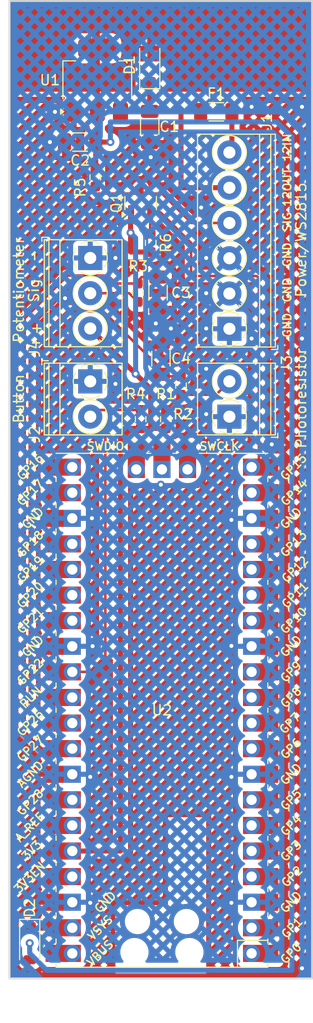
<source format=kicad_pcb>
(kicad_pcb (version 20241229) (generator "pcbnew") (generator_version "9.0")
  (layers (0 "F.Cu" signal) (2 "B.Cu" signal) (13 "F.Paste" user) (15 "B.Paste" user) (5 "F.SilkS" user "F.Silkscreen") (7 "B.SilkS" user "B.Silkscreen") (1 "F.Mask" user) (3 "B.Mask" user) (25 "Edge.Cuts" user))
  (net 0 "")
  (net 1 "+12V")
  (net 2 "GND")
  (net 3 "+5V")
  (net 4 "Brightness Pin")
  (net 5 "Photoresistor Pin")
  (net 6 "Net-(D2-K)")
  (net 7 "+12VA")
  (net 8 "+3.3V")
  (net 38 "WS2815 Output")
  (net 39 "Button Sig")
  (net 40 "Photoresistor Sig")
  (net 41 "Potentiometer Sig")
  (net 42 "WS2815 Pin")
  (footprint "Resistor_SMD:R_0603_1608Metric_Pad0.98x0.95mm_HandSolder" (layer "F.Cu") (at 156.5 50 -90)
    (property "Reference" "R5" (at 1 1.5 90) (layer "F.SilkS"))
    (property "Value" "10k")
    (pad "1" smd roundrect (at -0.9125 0 270) (size 0.975 0.95) (layers "F.Cu" "F.Mask" "F.Paste") (net 3 "+5V"))
    (pad "2" smd roundrect (at 0.9125 0 270) (size 0.975 0.95) (layers "F.Cu" "F.Mask" "F.Paste") (net 38 "WS2815 Output"))
  )
  (footprint "Resistor_SMD:R_1206_3216Metric_Pad1.30x1.75mm_HandSolder" (layer "F.Cu") (at 168.5 43.5)
    (property "Reference" "F1" (at 0 -1.82 0) (layer "F.SilkS"))
    (property "Value" "1.5A SMD Fuse")
    (pad "1" smd roundrect (at -1.55 0) (size 1.3 1.75) (layers "F.Cu" "F.Mask" "F.Paste") (roundrect_rratio 0.1923076923) (net 1 "+12V"))
    (pad "2" smd roundrect (at 1.55 0) (size 1.3 1.75) (layers "F.Cu" "F.Mask" "F.Paste") (roundrect_rratio 0.1923076923) (net 7 "+12VA"))
  )
  (footprint "Resistor_SMD:R_0603_1608Metric_Pad0.98x0.95mm_HandSolder" (layer "F.Cu") (at 163.5 74 90)
    (property "Reference" "R4" (at 2.5 -3 180) (layer "F.SilkS"))
    (property "Value" "20k")
    (pad "1" smd roundrect (at -0.9125 0 90) (size 0.975 0.95) (layers "F.Cu" "F.Mask" "F.Paste") (net 8 "+3.3V"))
    (pad "2" smd roundrect (at 0.9125 0 90) (size 0.975 0.95) (layers "F.Cu" "F.Mask" "F.Paste") (net 40 "Photoresistor Sig"))
  )
  (footprint "Resistor_SMD:R_1206_3216Metric_Pad1.30x1.75mm_HandSolder" (layer "F.Cu") (at 163.013379 67.993253 90)
    (property "Reference" "C4" (at 0 1.986621 180) (layer "F.SilkS"))
    (property "Value" "10 uF")
    (pad "1" smd roundrect (at -1.55 0 90) (size 1.3 1.75) (layers "F.Cu" "F.Mask" "F.Paste") (roundrect_rratio 0.1923076923) (net 5 "Photoresistor Pin"))
    (pad "2" smd roundrect (at 1.55 0 90) (size 1.3 1.75) (layers "F.Cu" "F.Mask" "F.Paste") (roundrect_rratio 0.1923076923) (net 2 "GND"))
  )
  (footprint "Resistor_SMD:R_1206_3216Metric_Pad1.30x1.75mm_HandSolder" (layer "F.Cu") (at 161.9 45 -90)
    (property "Reference" "C1" (at -0.020356 -1.933245 180) (layer "F.SilkS"))
    (property "Value" "10 uF")
    (pad "1" smd roundrect (at -1.55 0 270) (size 1.3 1.75) (layers "F.Cu" "F.Mask" "F.Paste") (roundrect_rratio 0.1923076923) (net 1 "+12V"))
    (pad "2" smd roundrect (at 1.55 0 270) (size 1.3 1.75) (layers "F.Cu" "F.Mask" "F.Paste") (roundrect_rratio 0.1923076923) (net 2 "GND"))
  )
  (footprint "Package_TO_SOT_SMD:SOT-23" (layer "F.Cu") (at 161 52.55 90)
    (property "Reference" "Q1" (at 0 -2.4 90) (layer "F.SilkS"))
    (property "Value" "IRLML2803PbF")
    (pad "1" smd roundrect (at -0.9375 -0.95 90) (size 1.475 0.6) (layers "F.Cu" "F.Mask" "F.Paste") (net 8 "+3.3V"))
    (pad "2" smd roundrect (at -0.9375 0.95 90) (size 1.475 0.6) (layers "F.Cu" "F.Mask" "F.Paste") (net 42 "WS2815 Pin"))
    (pad "3" smd roundrect (at 0.9375 0 90) (size 1.475 0.6) (layers "F.Cu" "F.Mask" "F.Paste") (net 38 "WS2815 Output"))
  )
  (footprint "Resistor_SMD:R_0603_1608Metric_Pad0.98x0.95mm_HandSolder" (layer "F.Cu") (at 161 74 -90)
    (property "Reference" "R1" (at -2.5 -2.5 0) (layer "F.SilkS"))
    (property "Value" "10k")
    (pad "1" smd roundrect (at -0.9125 0 270) (size 0.975 0.95) (layers "F.Cu" "F.Mask" "F.Paste") (net 39 "Button Sig"))
    (pad "2" smd roundrect (at 0.9125 0 270) (size 0.975 0.95) (layers "F.Cu" "F.Mask" "F.Paste") (net 8 "+3.3V"))
  )
  (footprint "TerminalBlock_Phoenix:TerminalBlock_Phoenix_PT-1,5-2-3.5-H_1x02_P3.50mm_Horizontal" (layer "F.Cu") (at 156 70.25 -90)
    (property "Reference" "J2" (at 5.25 5.5 90) (layer "F.SilkS"))
    (property "Value" "Button")
    (pad "1" thru_hole rect (at 0 0 270) (size 2.4 2.4) (drill 1.2) (layers "*.Cu" "*.Mask") (net 2 "GND"))
    (pad "2" thru_hole circle (at 3.5 0 270) (size 2.4 2.4) (drill 1.2) (layers "*.Cu" "*.Mask") (net 39 "Button Sig"))
  )
  (footprint "Resistor_SMD:R_0603_1608Metric_Pad0.98x0.95mm_HandSolder" (layer "F.Cu") (at 162 56.5 90)
    (property "Reference" "R6" (at 0 1.496053 90) (layer "F.SilkS"))
    (property "Value" "10k")
    (pad "1" smd roundrect (at -0.9125 0 90) (size 0.975 0.95) (layers "F.Cu" "F.Mask" "F.Paste") (net 8 "+3.3V"))
    (pad "2" smd roundrect (at 0.9125 0 90) (size 0.975 0.95) (layers "F.Cu" "F.Mask" "F.Paste") (net 42 "WS2815 Pin"))
  )
  (footprint "TerminalBlock_Phoenix:TerminalBlock_Phoenix_PT-1,5-3-3.5-H_1x03_P3.50mm_Horizontal" (layer "F.Cu") (at 156 58 -90)
    (property "Reference" "J4" (at 9 5.5 90) (layer "F.SilkS"))
    (property "Value" "Potentiometer")
    (pad "1" thru_hole rect (at 0 0 270) (size 2.4 2.4) (drill 1.2) (layers "*.Cu" "*.Mask") (net 2 "GND"))
    (pad "2" thru_hole circle (at 3.5 0 270) (size 2.4 2.4) (drill 1.2) (layers "*.Cu" "*.Mask") (net 41 "Potentiometer Sig"))
    (pad "3" thru_hole circle (at 7 0 270) (size 2.4 2.4) (drill 1.2) (layers "*.Cu" "*.Mask") (net 8 "+3.3V"))
  )
  (footprint "Resistor_SMD:R_1206_3216Metric_Pad1.30x1.75mm_HandSolder" (layer "F.Cu") (at 155 46.5 180)
    (property "Reference" "C2" (at 0 -1.82 0) (layer "F.SilkS"))
    (property "Value" "10 uF")
    (pad "1" smd roundrect (at -1.55 0 180) (size 1.3 1.75) (layers "F.Cu" "F.Mask" "F.Paste") (roundrect_rratio 0.1923076923) (net 3 "+5V"))
    (pad "2" smd roundrect (at 1.55 0 180) (size 1.3 1.75) (layers "F.Cu" "F.Mask" "F.Paste") (roundrect_rratio 0.1923076923) (net 2 "GND"))
  )
  (footprint "Resistor_SMD:R_0603_1608Metric_Pad0.98x0.95mm_HandSolder" (layer "F.Cu") (at 160.725 61.45 -90)
    (property "Reference" "R3" (at -2.623554 -0.025714 0) (layer "F.SilkS"))
    (property "Value" "1k")
    (pad "1" smd roundrect (at -0.9125 0 270) (size 0.975 0.95) (layers "F.Cu" "F.Mask" "F.Paste") (net 4 "Brightness Pin"))
    (pad "2" smd roundrect (at 0.9125 0 270) (size 0.975 0.95) (layers "F.Cu" "F.Mask" "F.Paste") (net 41 "Potentiometer Sig"))
  )
  (footprint "TerminalBlock_Phoenix:TerminalBlock_Phoenix_PT-1,5-6-3.5-H_1x06_P3.50mm_Horizontal" (layer "F.Cu") (at 169.799443 65.030275 90)
    (property "Reference" "J1" (at 20.530275 3.700557 90) (layer "F.SilkS"))
    (property "Value" "Power/Comms")
    (pad "1" thru_hole rect (at 0 0 90) (size 2.4 2.4) (drill 1.2) (layers "*.Cu" "*.Mask") (net 2 "GND"))
    (pad "2" thru_hole circle (at 3.5 0 90) (size 2.4 2.4) (drill 1.2) (layers "*.Cu" "*.Mask") (net 2 "GND"))
    (pad "3" thru_hole circle (at 7 0 90) (size 2.4 2.4) (drill 1.2) (layers "*.Cu" "*.Mask") (net 2 "GND"))
    (pad "4" thru_hole circle (at 10.5 0 90) (size 2.4 2.4) (drill 1.2) (layers "*.Cu" "*.Mask") (net 38 "WS2815 Output"))
    (pad "5" thru_hole circle (at 14 0 90) (size 2.4 2.4) (drill 1.2) (layers "*.Cu" "*.Mask") (net 1 "+12V"))
    (pad "6" thru_hole circle (at 17.5 0 90) (size 2.4 2.4) (drill 1.2) (layers "*.Cu" "*.Mask") (net 7 "+12VA"))
  )
  (footprint "Resistor_SMD:R_0603_1608Metric_Pad0.98x0.95mm_HandSolder" (layer "F.Cu") (at 165 70.6625 -90)
    (property "Reference" "R2" (at 2.8375 -0.2 0) (layer "F.SilkS"))
    (property "Value" "1k")
    (pad "1" smd roundrect (at -0.9125 0 270) (size 0.975 0.95) (layers "F.Cu" "F.Mask" "F.Paste") (net 5 "Photoresistor Pin"))
    (pad "2" smd roundrect (at 0.9125 0 270) (size 0.975 0.95) (layers "F.Cu" "F.Mask" "F.Paste") (net 40 "Photoresistor Sig"))
  )
  (footprint "MCU_RaspberryPi_and_Boards:RPi_Pico_SMD_TH" (layer "F.Cu") (at 163.11 102.89 180)
    (property "Reference" "U2" (at 0 0 0) (layer "F.SilkS"))
    (property "Value" "Pico")
    (fp_text user "GP15" (at -13.054 24.13 45) (layer "F.SilkS") (effects (font (size 0.8 0.8))))
    (fp_text user "VSYS" (at 6.11 -21.59 45) (layer "F.SilkS") (effects (font (size 0.8 0.8))))
    (fp_text user "GP14" (at -13.1 21.59 45) (layer "F.SilkS") (effects (font (size 0.8 0.8))))
    (fp_text user "GND" (at -12.8 19.05 45) (layer "F.SilkS") (effects (font (size 0.8 0.8))))
    (fp_text user "GP16" (at 13.054 24.13 45) (layer "F.SilkS") (effects (font (size 0.8 0.8))))
    (fp_text user "GND" (at 12.8 6.35 45) (layer "F.SilkS") (effects (font (size 0.8 0.8))))
    (fp_text user "GP17" (at 13.054 21.59 45) (layer "F.SilkS") (effects (font (size 0.8 0.8))))
    (fp_text user "3V3" (at 12.9 -13.9 45) (layer "F.SilkS") (effects (font (size 0.8 0.8))))
    (fp_text user "GP11" (at -13.2 11.43 45) (layer "F.SilkS") (effects (font (size 0.8 0.8))))
    (fp_text user "GND" (at -12.8 -6.35 45) (layer "F.SilkS") (effects (font (size 0.8 0.8))))
    (fp_text user "GP20" (at 13.054 11.43 45) (layer "F.SilkS") (effects (font (size 0.8 0.8))))
    (fp_text user "GP5" (at -12.8 -8.89 45) (layer "F.SilkS") (effects (font (size 0.8 0.8))))
    (fp_text user "GP10" (at -13.054 8.89 45) (layer "F.SilkS") (effects (font (size 0.8 0.8))))
    (fp_text user "GP19" (at 13.054 13.97 45) (layer "F.SilkS") (effects (font (size 0.8 0.8))))
    (fp_text user "GP9" (at -12.8 3.81 45) (layer "F.SilkS") (effects (font (size 0.8 0.8))))
    (fp_text user "GND" (at 5.61 -19.05 45) (layer "F.SilkS") (effects (font (size 0.8 0.8))))
    (fp_text user "GP18" (at 13.054 16.51 45) (layer "F.SilkS") (effects (font (size 0.8 0.8))))
    (fp_text user "SWDIO" (at 5.6 26.2 0) (layer "F.SilkS") (effects (font (size 0.8 0.8))))
    (fp_text user "GP6" (at -12.8 -3.81 45) (layer "F.SilkS") (effects (font (size 0.8 0.8))))
    (fp_text user "AGND" (at 13.054 -6.35 45) (layer "F.SilkS") (effects (font (size 0.8 0.8))))
    (fp_text user "GP13" (at -13.054 16.51 45) (layer "F.SilkS") (effects (font (size 0.8 0.8))))
    (fp_text user "GP0" (at -12.8 -24.13 45) (layer "F.SilkS") (effects (font (size 0.8 0.8))))
    (fp_text user "A_REF" (at 13.11 -11.61 45) (layer "F.SilkS") (effects (font (size 0.8 0.8))))
    (fp_text user "GP2" (at -12.9 -16.51 45) (layer "F.SilkS") (effects (font (size 0.8 0.8))))
    (fp_text user "GND" (at -12.8 6.35 45) (layer "F.SilkS") (effects (font (size 0.8 0.8))))
    (fp_text user "GP1" (at -12.9 -21.6 45) (layer "F.SilkS") (effects (font (size 0.8 0.8))))
    (fp_text user "GP4" (at -12.8 -11.43 45) (layer "F.SilkS") (effects (font (size 0.8 0.8))))
    (fp_text user "3V3EN" (at 13.11 -16.61 45) (layer "F.SilkS") (effects (font (size 0.8 0.8))))
    (fp_text user "GP8" (at -12.8 1.27 45) (layer "F.SilkS") (effects (font (size 0.8 0.8))))
    (fp_text user "SWCLK" (at -5.7 26.2 0) (layer "F.SilkS") (effects (font (size 0.8 0.8))))
    (fp_text user "GP7" (at -12.7 -1.3 45) (layer "F.SilkS") (effects (font (size 0.8 0.8))))
    (fp_text user "GND" (at -12.8 -19.05 45) (layer "F.SilkS") (effects (font (size 0.8 0.8))))
    (fp_text user "GP21" (at 13.054 8.9 45) (layer "F.SilkS") (effects (font (size 0.8 0.8))))
    (fp_text user "RUN" (at 13 1.27 45) (layer "F.SilkS") (effects (font (size 0.8 0.8))))
    (fp_text user "GP22" (at 13.054 3.81 45) (layer "F.SilkS") (effects (font (size 0.8 0.8))))
    (fp_text user "GP12" (at -13.2 13.97 45) (layer "F.SilkS") (effects (font (size 0.8 0.8))))
    (fp_text user "GP28" (at 13.054 -9.144 45) (layer "F.SilkS") (effects (font (size 0.8 0.8))))
    (fp_text user "VBUS" (at 6.11 -24.11 45) (layer "F.SilkS") (effects (font (size 0.8 0.8))))
    (fp_text user "GP3" (at -12.8 -13.97 45) (layer "F.SilkS") (effects (font (size 0.8 0.8))))
    (fp_text user "GP26" (at 13.054 -1.27 45) (layer "F.SilkS") (effects (font (size 0.8 0.8))))
    (fp_text user "GND" (at 12.8 19.05 45) (layer "F.SilkS") (effects (font (size 0.8 0.8))))
    (fp_text user "GP27" (at 13.054 -3.8 45) (layer "F.SilkS") (effects (font (size 0.8 0.8))))
    (pad "" np_thru_hole oval (at -2.725 -24 180) (size 1.8 1.8) (drill 1.8) (layers "*.Cu" "*.Mask"))
    (pad "" np_thru_hole oval (at -2.425 -20.97 180) (size 1.5 1.5) (drill 1.5) (layers "*.Cu" "*.Mask"))
    (pad "" np_thru_hole oval (at 2.425 -20.97 180) (size 1.5 1.5) (drill 1.5) (layers "*.Cu" "*.Mask"))
    (pad "" np_thru_hole oval (at 2.725 -24 180) (size 1.8 1.8) (drill 1.8) (layers "*.Cu" "*.Mask"))
    (pad "1" thru_hole oval (at -8.89 -24.13 180) (size 1.7 1.7) (drill 1.02) (layers "*.Cu" "*.Mask"))
    (pad "1" smd rect (at -8.89 -24.13 180) (size 3.5 1.7) (drill (offset -0.9 0)) (layers "F.Cu" "F.Mask"))
    (pad "2" thru_hole oval (at -8.89 -21.59 180) (size 1.7 1.7) (drill 1.02) (layers "*.Cu" "*.Mask"))
    (pad "2" smd rect (at -8.89 -21.59 180) (size 3.5 1.7) (drill (offset -0.9 0)) (layers "F.Cu" "F.Mask"))
    (pad "3" thru_hole rect (at -8.89 -19.05 180) (size 1.7 1.7) (drill 1.02) (layers "*.Cu" "*.Mask") (net 2 "GND"))
    (pad "3" smd rect (at -8.89 -19.05 180) (size 3.5 1.7) (drill (offset -0.9 0)) (layers "F.Cu" "F.Mask") (net 2 "GND"))
    (pad "4" thru_hole oval (at -8.89 -16.51 180) (size 1.7 1.7) (drill 1.02) (layers "*.Cu" "*.Mask"))
    (pad "4" smd rect (at -8.89 -16.51 180) (size 3.5 1.7) (drill (offset -0.9 0)) (layers "F.Cu" "F.Mask"))
    (pad "5" thru_hole oval (at -8.89 -13.97 180) (size 1.7 1.7) (drill 1.02) (layers "*.Cu" "*.Mask"))
    (pad "5" smd rect (at -8.89 -13.97 180) (size 3.5 1.7) (drill (offset -0.9 0)) (layers "F.Cu" "F.Mask"))
    (pad "6" thru_hole oval (at -8.89 -11.43 180) (size 1.7 1.7) (drill 1.02) (layers "*.Cu" "*.Mask"))
    (pad "6" smd rect (at -8.89 -11.43 180) (size 3.5 1.7) (drill (offset -0.9 0)) (layers "F.Cu" "F.Mask"))
    (pad "7" thru_hole oval (at -8.89 -8.89 180) (size 1.7 1.7) (drill 1.02) (layers "*.Cu" "*.Mask"))
    (pad "7" smd rect (at -8.89 -8.89 180) (size 3.5 1.7) (drill (offset -0.9 0)) (layers "F.Cu" "F.Mask"))
    (pad "8" thru_hole rect (at -8.89 -6.35 180) (size 1.7 1.7) (drill 1.02) (layers "*.Cu" "*.Mask") (net 2 "GND"))
    (pad "8" smd rect (at -8.89 -6.35 180) (size 3.5 1.7) (drill (offset -0.9 0)) (layers "F.Cu" "F.Mask") (net 2 "GND"))
    (pad "9" thru_hole oval (at -8.89 -3.81 180) (size 1.7 1.7) (drill 1.02) (layers "*.Cu" "*.Mask"))
    (pad "9" smd rect (at -8.89 -3.81 180) (size 3.5 1.7) (drill (offset -0.9 0)) (layers "F.Cu" "F.Mask"))
    (pad "10" thru_hole oval (at -8.89 -1.27 180) (size 1.7 1.7) (drill 1.02) (layers "*.Cu" "*.Mask"))
    (pad "10" smd rect (at -8.89 -1.27 180) (size 3.5 1.7) (drill (offset -0.9 0)) (layers "F.Cu" "F.Mask"))
    (pad "11" thru_hole oval (at -8.89 1.27 180) (size 1.7 1.7) (drill 1.02) (layers "*.Cu" "*.Mask"))
    (pad "11" smd rect (at -8.89 1.27 180) (size 3.5 1.7) (drill (offset -0.9 0)) (layers "F.Cu" "F.Mask"))
    (pad "12" thru_hole oval (at -8.89 3.81 180) (size 1.7 1.7) (drill 1.02) (layers "*.Cu" "*.Mask"))
    (pad "12" smd rect (at -8.89 3.81 180) (size 3.5 1.7) (drill (offset -0.9 0)) (layers "F.Cu" "F.Mask"))
    (pad "13" thru_hole rect (at -8.89 6.35 180) (size 1.7 1.7) (drill 1.02) (layers "*.Cu" "*.Mask") (net 2 "GND"))
    (pad "13" smd rect (at -8.89 6.35 180) (size 3.5 1.7) (drill (offset -0.9 0)) (layers "F.Cu" "F.Mask") (net 2 "GND"))
    (pad "14" thru_hole oval (at -8.89 8.89 180) (size 1.7 1.7) (drill 1.02) (layers "*.Cu" "*.Mask"))
    (pad "14" smd rect (at -8.89 8.89 180) (size 3.5 1.7) (drill (offset -0.9 0)) (layers "F.Cu" "F.Mask"))
    (pad "15" thru_hole oval (at -8.89 11.43 180) (size 1.7 1.7) (drill 1.02) (layers "*.Cu" "*.Mask"))
    (pad "15" smd rect (at -8.89 11.43 180) (size 3.5 1.7) (drill (offset -0.9 0)) (layers "F.Cu" "F.Mask"))
    (pad "16" thru_hole oval (at -8.89 13.97 180) (size 1.7 1.7) (drill 1.02) (layers "*.Cu" "*.Mask"))
    (pad "16" smd rect (at -8.89 13.97 180) (size 3.5 1.7) (drill (offset -0.9 0)) (layers "F.Cu" "F.Mask"))
    (pad "17" thru_hole oval (at -8.89 16.51 180) (size 1.7 1.7) (drill 1.02) (layers "*.Cu" "*.Mask"))
    (pad "17" smd rect (at -8.89 16.51 180) (size 3.5 1.7) (drill (offset -0.9 0)) (layers "F.Cu" "F.Mask"))
    (pad "18" thru_hole rect (at -8.89 19.05 180) (size 1.7 1.7) (drill 1.02) (layers "*.Cu" "*.Mask") (net 2 "GND"))
    (pad "18" smd rect (at -8.89 19.05 180) (size 3.5 1.7) (drill (offset -0.9 0)) (layers "F.Cu" "F.Mask") (net 2 "GND"))
    (pad "19" thru_hole oval (at -8.89 21.59 180) (size 1.7 1.7) (drill 1.02) (layers "*.Cu" "*.Mask"))
    (pad "19" smd rect (at -8.89 21.59 180) (size 3.5 1.7) (drill (offset -0.9 0)) (layers "F.Cu" "F.Mask"))
    (pad "20" thru_hole oval (at -8.89 24.13 180) (size 1.7 1.7) (drill 1.02) (layers "*.Cu" "*.Mask") (net 42 "WS2815 Pin"))
    (pad "20" smd rect (at -8.89 24.13 180) (size 3.5 1.7) (drill (offset -0.9 0)) (layers "F.Cu" "F.Mask") (net 42 "WS2815 Pin"))
    (pad "21" thru_hole oval (at 8.89 24.13 180) (size 1.7 1.7) (drill 1.02) (layers "*.Cu" "*.Mask"))
    (pad "21" smd rect (at 8.89 24.13 180) (size 3.5 1.7) (drill (offset 0.9 0)) (layers "F.Cu" "F.Mask"))
    (pad "22" thru_hole oval (at 8.89 21.59 180) (size 1.7 1.7) (drill 1.02) (layers "*.Cu" "*.Mask"))
    (pad "22" smd rect (at 8.89 21.59 180) (size 3.5 1.7) (drill (offset 0.9 0)) (layers "F.Cu" "F.Mask"))
    (pad "23" thru_hole rect (at 8.89 19.05 180) (size 1.7 1.7) (drill 1.02) (layers "*.Cu" "*.Mask") (net 2 "GND"))
    (pad "23" smd rect (at 8.89 19.05 180) (size 3.5 1.7) (drill (offset 0.9 0)) (layers "F.Cu" "F.Mask") (net 2 "GND"))
    (pad "24" thru_hole oval (at 8.89 16.51 180) (size 1.7 1.7) (drill 1.02) (layers "*.Cu" "*.Mask"))
    (pad "24" smd rect (at 8.89 16.51 180) (size 3.5 1.7) (drill (offset 0.9 0)) (layers "F.Cu" "F.Mask"))
    (pad "25" thru_hole oval (at 8.89 13.97 180) (size 1.7 1.7) (drill 1.02) (layers "*.Cu" "*.Mask"))
    (pad "25" smd rect (at 8.89 13.97 180) (size 3.5 1.7) (drill (offset 0.9 0)) (layers "F.Cu" "F.Mask"))
    (pad "26" thru_hole oval (at 8.89 11.43 180) (size 1.7 1.7) (drill 1.02) (layers "*.Cu" "*.Mask"))
    (pad "26" smd rect (at 8.89 11.43 180) (size 3.5 1.7) (drill (offset 0.9 0)) (layers "F.Cu" "F.Mask"))
    (pad "27" thru_hole oval (at 8.89 8.89 180) (size 1.7 1.7) (drill 1.02) (layers "*.Cu" "*.Mask"))
    (pad "27" smd rect (at 8.89 8.89 180) (size 3.5 1.7) (drill (offset 0.9 0)) (layers "F.Cu" "F.Mask"))
    (pad "28" thru_hole rect (at 8.89 6.35 180) (size 1.7 1.7) (drill 1.02) (layers "*.Cu" "*.Mask") (net 2 "GND"))
    (pad "28" smd rect (at 8.89 6.35 180) (size 3.5 1.7) (drill (offset 0.9 0)) (layers "F.Cu" "F.Mask") (net 2 "GND"))
    (pad "29" thru_hole oval (at 8.89 3.81 180) (size 1.7 1.7) (drill 1.02) (layers "*.Cu" "*.Mask") (net 39 "Button Sig"))
    (pad "29" smd rect (at 8.89 3.81 180) (size 3.5 1.7) (drill (offset 0.9 0)) (layers "F.Cu" "F.Mask") (net 39 "Button Sig"))
    (pad "30" thru_hole oval (at 8.89 1.27 180) (size 1.7 1.7) (drill 1.02) (layers "*.Cu" "*.Mask"))
    (pad "30" smd rect (at 8.89 1.27 180) (size 3.5 1.7) (drill (offset 0.9 0)) (layers "F.Cu" "F.Mask"))
    (pad "31" thru_hole oval (at 8.89 -1.27 180) (size 1.7 1.7) (drill 1.02) (layers "*.Cu" "*.Mask") (net 5 "Photoresistor Pin"))
    (pad "31" smd rect (at 8.89 -1.27 180) (size 3.5 1.7) (drill (offset 0.9 0)) (layers "F.Cu" "F.Mask") (net 5 "Photoresistor Pin"))
    (pad "32" thru_hole oval (at 8.89 -3.81 180) (size 1.7 1.7) (drill 1.02) (layers "*.Cu" "*.Mask") (net 4 "Brightness Pin"))
    (pad "32" smd rect (at 8.89 -3.81 180) (size 3.5 1.7) (drill (offset 0.9 0)) (layers "F.Cu" "F.Mask") (net 4 "Brightness Pin"))
    (pad "33" thru_hole rect (at 8.89 -6.35 180) (size 1.7 1.7) (drill 1.02) (layers "*.Cu" "*.Mask") (net 2 "GND"))
    (pad "33" smd rect (at 8.89 -6.35 180) (size 3.5 1.7) (drill (offset 0.9 0)) (layers "F.Cu" "F.Mask") (net 2 "GND"))
    (pad "34" thru_hole oval (at 8.89 -8.89 180) (size 1.7 1.7) (drill 1.02) (layers "*.Cu" "*.Mask"))
    (pad "34" smd rect (at 8.89 -8.89 180) (size 3.5 1.7) (drill (offset 0.9 0)) (layers "F.Cu" "F.Mask"))
    (pad "35" thru_hole oval (at 8.89 -11.43 180) (size 1.7 1.7) (drill 1.02) (layers "*.Cu" "*.Mask"))
    (pad "35" smd rect (at 8.89 -11.43 180) (size 3.5 1.7) (drill (offset 0.9 0)) (layers "F.Cu" "F.Mask"))
    (pad "36" thru_hole oval (at 8.89 -13.97 180) (size 1.7 1.7) (drill 1.02) (layers "*.Cu" "*.Mask") (net 8 "+3.3V"))
    (pad "36" smd rect (at 8.89 -13.97 180) (size 3.5 1.7) (drill (offset 0.9 0)) (layers "F.Cu" "F.Mask") (net 8 "+3.3V"))
    (pad "37" thru_hole oval (at 8.89 -16.51 180) (size 1.7 1.7) (drill 1.02) (layers "*.Cu" "*.Mask"))
    (pad "37" smd rect (at 8.89 -16.51 180) (size 3.5 1.7) (drill (offset 0.9 0)) (layers "F.Cu" "F.Mask"))
    (pad "38" thru_hole rect (at 8.89 -19.05 180) (size 1.7 1.7) (drill 1.02) (layers "*.Cu" "*.Mask") (net 2 "GND"))
    (pad "38" smd rect (at 8.89 -19.05 180) (size 3.5 1.7) (drill (offset 0.9 0)) (layers "F.Cu" "F.Mask") (net 2 "GND"))
    (pad "39" thru_hole oval (at 8.89 -21.59 180) (size 1.7 1.7) (drill 1.02) (layers "*.Cu" "*.Mask") (net 6 "Net-(D2-K)"))
    (pad "39" smd rect (at 8.89 -21.59 180) (size 3.5 1.7) (drill (offset 0.9 0)) (layers "F.Cu" "F.Mask") (net 6 "Net-(D2-K)"))
    (pad "40" thru_hole oval (at 8.89 -24.13 180) (size 1.7 1.7) (drill 1.02) (layers "*.Cu" "*.Mask"))
    (pad "40" smd rect (at 8.89 -24.13 180) (size 3.5 1.7) (drill (offset 0.9 0)) (layers "F.Cu" "F.Mask"))
    (pad "41" thru_hole oval (at -2.54 23.9 180) (size 1.7 1.7) (drill 1.02) (layers "*.Cu" "*.Mask"))
    (pad "41" smd rect (at -2.54 23.9 270) (size 3.5 1.7) (drill (offset -0.9 0)) (layers "F.Cu" "F.Mask"))
    (pad "42" thru_hole rect (at 0 23.9 180) (size 1.7 1.7) (drill 1.02) (layers "*.Cu" "*.Mask"))
    (pad "42" smd rect (at 0 23.9 270) (size 3.5 1.7) (drill (offset -0.9 0)) (layers "F.Cu" "F.Mask"))
    (pad "43" thru_hole oval (at 2.54 23.9 180) (size 1.7 1.7) (drill 1.02) (layers "*.Cu" "*.Mask"))
    (pad "43" smd rect (at 2.54 23.9 270) (size 3.5 1.7) (drill (offset -0.9 0)) (layers "F.Cu" "F.Mask"))
  )
  (footprint "TerminalBlock_Phoenix:TerminalBlock_Phoenix_PT-1,5-2-3.5-H_1x02_P3.50mm_Horizontal" (layer "F.Cu") (at 169.8 73.75 90)
    (property "Reference" "J3" (at 5.25 5.7 90) (layer "F.SilkS"))
    (property "Value" "Photoresistor")
    (pad "1" thru_hole rect (at 0 0 90) (size 2.4 2.4) (drill 1.2) (layers "*.Cu" "*.Mask") (net 2 "GND"))
    (pad "2" thru_hole circle (at 3.5 0 90) (size 2.4 2.4) (drill 1.2) (layers "*.Cu" "*.Mask") (net 40 "Photoresistor Sig"))
  )
  (footprint "Diode_SMD:D_SOD-123" (layer "F.Cu") (at 150 126 -90)
    (property "Reference" "D2" (at -3.5 0 270) (layer "F.SilkS"))
    (property "Value" "D_Schottky")
    (pad "1" smd roundrect (at -1.65 0 270) (size 0.9 1.2) (layers "F.Cu" "F.Mask" "F.Paste") (net 6 "Net-(D2-K)"))
    (pad "2" smd roundrect (at 1.65 0 270) (size 0.9 1.2) (layers "F.Cu" "F.Mask" "F.Paste") (net 3 "+5V"))
  )
  (footprint "Diode_SMD:D_SOD-123" (layer "F.Cu") (at 161.902913 38.845158 90)
    (property "Reference" "D1" (at 0 -2 90) (layer "F.SilkS"))
    (property "Value" "D_Schottky")
    (pad "1" smd roundrect (at -1.65 0 90) (size 0.9 1.2) (layers "F.Cu" "F.Mask" "F.Paste") (net 1 "+12V"))
    (pad "2" smd roundrect (at 1.65 0 90) (size 0.9 1.2) (layers "F.Cu" "F.Mask" "F.Paste") (net 3 "+5V"))
  )
  (footprint "Package_TO_SOT_SMD:SOT-223-3_TabPin2" (layer "F.Cu") (at 156.7 40.35 90)
    (property "Reference" "U1" (at 0 -4.7 0) (layer "F.SilkS"))
    (property "Value" "AMS1117-5.0")
    (pad "1" smd roundrect (at -3.15 -2.3 90) (size 2 1.5) (layers "F.Cu" "F.Mask" "F.Paste") (net 2 "GND"))
    (pad "2" smd roundrect (at -3.15 0 90) (size 2 1.5) (layers "F.Cu" "F.Mask" "F.Paste") (net 3 "+5V"))
    (pad "2" smd roundrect (at 3.15 0 90) (size 2 3.8) (layers "F.Cu" "F.Mask" "F.Paste") (net 3 "+5V"))
    (pad "3" smd roundrect (at -3.15 2.3 90) (size 2 1.5) (layers "F.Cu" "F.Mask" "F.Paste") (net 1 "+12V"))
  )
  (footprint "Resistor_SMD:R_1206_3216Metric_Pad1.30x1.75mm_HandSolder" (layer "F.Cu") (at 162.725 61.45 -90)
    (property "Reference" "C3" (at 0 -2.275 0) (layer "F.SilkS"))
    (property "Value" "10 uF")
    (pad "1" smd roundrect (at -1.55 0 270) (size 1.3 1.75) (layers "F.Cu" "F.Mask" "F.Paste") (roundrect_rratio 0.1923076923) (net 4 "Brightness Pin"))
    (pad "2" smd roundrect (at 1.55 0 270) (size 1.3 1.75) (layers "F.Cu" "F.Mask" "F.Paste") (roundrect_rratio 0.1923076923) (net 2 "GND"))
  )
  (gr_rect (start 148 32.5) (end 178 129.5) (stroke (width 0.2)) (fill no) (layer "Edge.Cuts"))
  (gr_text "12OUT" (at 176 53 90) (layer "F.SilkS") (effects (font (size 0.8 0.8)) (justify left bottom)))
  (gr_text "GND" (at 176 66 90) (layer "F.SilkS") (effects (font (size 0.8 0.8)) (justify left bottom)))
  (gr_text "SIG" (at 176 55.5 90) (layer "F.SilkS") (effects (font (size 0.8 0.8)) (justify left bottom)))
  (gr_text "Button" (at 149.5 74.5 90) (layer "F.SilkS") (effects (font (size 1 1)) (justify left bottom)))
  (gr_text "-" (at 151 58.5 90) (layer "F.SilkS") (effects (font (size 1 1)) (justify left bottom)))
  (gr_text "12IN" (at 176 48.5 90) (layer "F.SilkS") (effects (font (size 0.8 0.8)) (justify left bottom)))
  (gr_text "Power/WS2815" (at 177.5 62 90) (layer "F.SilkS") (effects (font (size 1 1)) (justify left bottom)))
  (gr_text "Potentiometer" (at 149.5 66.5 90) (layer "F.SilkS") (effects (font (size 1 1)) (justify left bottom)))
  (gr_text "Photoresistor" (at 177.5 77 90) (layer "F.SilkS") (effects (font (size 1 1)) (justify left bottom)))
  (gr_text "+" (at 150 65.5 0) (layer "F.SilkS") (effects (font (size 1 1)) (justify left bottom)))
  (gr_text "GND" (at 176 59 90) (layer "F.SilkS") (effects (font (size 0.8 0.8)) (justify left bottom)))
  (gr_text "Sig" (at 151 62.5 90) (layer "F.SilkS") (effects (font (size 1 1)) (justify left bottom)))
  (gr_text "GND" (at 176 62.5 90) (layer "F.SilkS") (effects (font (size 0.8 0.8)) (justify left bottom)))
  (segment (start 165 43.5) (end 165 50) (width 0.5) (layer "F.Cu") (net 1))
  (segment (start 161.9 43.45) (end 161.95 43.5) (width 0.5) (layer "F.Cu") (net 1))
  (segment (start 165 50) (end 165 51) (width 0.5) (layer "F.Cu") (net 1))
  (segment (start 161.95 43.5) (end 165 43.5) (width 0.5) (layer "F.Cu") (net 1))
  (segment (start 161.9 39.9875) (end 161.9 43.45) (width 0.5) (layer "F.Cu") (net 1))
  (segment (start 165 51) (end 165.030275 51.030275) (width 0.5) (layer "F.Cu") (net 1))
  (segment (start 161.85 43.5) (end 161.9 43.45) (width 0.5) (layer "F.Cu") (net 1))
  (segment (start 165.030275 51.030275) (end 169.799443 51.030275) (width 0.5) (layer "F.Cu") (net 1))
  (segment (start 166.95 43.5) (end 165 43.5) (width 0.5) (layer "F.Cu") (net 1))
  (segment (start 159 43.5) (end 161.85 43.5) (width 0.5) (layer "F.Cu") (net 1))
  (via (at 163 80.5) (size 0.8) (drill 0.4) (layers "F.Cu" "B.Cu") (net 2))
  (via (at 170 84) (size 0.8) (drill 0.4) (layers "F.Cu" "B.Cu") (net 2))
  (via (at 156.166092 83.829218) (size 0.8) (drill 0.4) (layers "F.Cu" "B.Cu") (net 2))
  (via (at 167.5 69) (size 0.8) (drill 0.4) (layers "F.Cu" "B.Cu") (net 2))
  (via (at 172 43) (size 0.8) (drill 0.4) (layers "F.Cu" "B.Cu") (net 2))
  (via (at 167 53) (size 0.8) (drill 0.4) (layers "F.Cu" "B.Cu") (net 2))
  (via (at 170 96.5) (size 0.8) (drill 0.4) (layers "F.Cu" "B.Cu") (net 2))
  (via (at 174 76.5) (size 0.8) (drill 0.4) (layers "F.Cu" "B.Cu") (net 2))
  (via (at 158.5 58) (size 0.8) (drill 0.4) (layers "F.Cu" "B.Cu") (net 2))
  (via (at 177 128.5) (size 0.8) (drill 0.4) (layers "F.Cu" "B.Cu") (net 2))
  (via (at 177 43) (size 0.8) (drill 0.4) (layers "F.Cu" "B.Cu") (net 2))
  (via (at 158.5 70.5) (size 0.8) (drill 0.4) (layers "F.Cu" "B.Cu") (net 2))
  (via (at 156.233563 96.528851) (size 0.8) (drill 0.4) (layers "F.Cu" "B.Cu") (net 2))
  (via (at 150.793999 96.522251) (size 0.8) (drill 0.4) (layers "F.Cu" "B.Cu") (net 2))
  (via (at 167.5 65) (size 0.8) (drill 0.4) (layers "F.Cu" "B.Cu") (net 2))
  (via (at 150.849271 83.841054) (size 0.8) (drill 0.4) (layers "F.Cu" "B.Cu") (net 2))
  (via (at 170 122) (size 0.8) (drill 0.4) (layers "F.Cu" "B.Cu") (net 2))
  (via (at 156 109.5) (size 0.8) (drill 0.4) (layers "F.Cu" "B.Cu") (net 2))
  (via (at 170 109.5) (size 0.8) (drill 0.4) (layers "F.Cu" "B.Cu") (net 2))
  (via (at 152.5 43.5) (size 0.8) (drill 0.4) (layers "F.Cu" "B.Cu") (net 2))
  (via (at 172 66) (size 0.8) (drill 0.4) (layers "F.Cu" "B.Cu") (net 2))
  (via (at 153.5 62) (size 0.8) (drill 0.4) (layers "F.Cu" "B.Cu") (net 2))
  (via (at 167.5 73.5) (size 0.8) (drill 0.4) (layers "F.Cu" "B.Cu") (net 2))
  (via (at 164 65) (size 0.8) (drill 0.4) (layers "F.Cu" "B.Cu") (net 2))
  (via (at 162 48) (size 0.8) (drill 0.4) (layers "F.Cu" "B.Cu") (net 2))
  (via (at 167.5 58) (size 0.8) (drill 0.4) (layers "F.Cu" "B.Cu") (net 2))
  (via (at 177 66) (size 0.8) (drill 0.4) (layers "F.Cu" "B.Cu") (net 2))
  (via (at 167.5 61.5) (size 0.8) (drill 0.4) (layers "F.Cu" "B.Cu") (net 2))
  (via (at 152 46.5) (size 0.8) (drill 0.4) (layers "F.Cu" "B.Cu") (net 2))
  (via (at 162.5 64.5) (size 0.8) (drill 0.4) (layers "F.Cu" "B.Cu") (net 2))
  (via (at 156 122) (size 0.8) (drill 0.4) (layers "F.Cu" "B.Cu") (net 2))
  (segment (start 156.7 46.25) (end 156.95 46.5) (width 0.5) (layer "F.Cu") (net 3))
  (segment (start 156.7 43.5) (end 156.7 46.25) (width 0.5) (layer "F.Cu") (net 3))
  (segment (start 156.7 37.2) (end 161.7125 37.2) (width 0.5) (layer "F.Cu") (net 3))
  (segment (start 158 46.5) (end 156.55 46.5) (width 0.5) (layer "F.Cu") (net 3))
  (segment (start 156.55 46.5) (end 156.55 49.0375) (width 0.5) (layer "F.Cu") (net 3))
  (segment (start 161.7125 37.2) (end 161.9 37.0125) (width 0.5) (layer "F.Cu") (net 3))
  (segment (start 150 126) (end 150 127) (width 0.5) (layer "F.Cu") (net 3))
  (segment (start 156.7 43.5) (end 156.7 37.2) (width 0.5) (layer "F.Cu") (net 3))
  (segment (start 156.55 49.0375) (end 156.5 49.0875) (width 0.5) (layer "F.Cu") (net 3))
  (via (at 150 126) (size 0.8) (drill 0.4) (layers "F.Cu" "B.Cu") (net 3))
  (via (at 158 46.5) (size 0.8) (drill 0.4) (layers "F.Cu" "B.Cu") (net 3))
  (segment (start 158 44.5) (end 158 46.5) (width 0.5) (layer "B.Cu") (net 3))
  (segment (start 151.698229 128.698229) (end 176 128.698229) (width 0.5) (layer "B.Cu") (net 3))
  (segment (start 176 46) (end 174.5 44.5) (width 0.5) (layer "B.Cu") (net 3))
  (segment (start 150 127) (end 151.698229 128.698229) (width 0.5) (layer "B.Cu") (net 3))
  (segment (start 176 128.698229) (end 176 46) (width 0.5) (layer "B.Cu") (net 3))
  (segment (start 174.5 44.5) (end 158 44.5) (width 0.5) (layer "B.Cu") (net 3))
  (segment (start 150 126) (end 150 127) (width 0.5) (layer "B.Cu") (net 3))
  (segment (start 149.5 105) (end 149.5 64) (width 0.25) (layer "F.Cu") (net 4))
  (segment (start 149.5 64) (end 153.751467 59.748533) (width 0.25) (layer "F.Cu") (net 4))
  (segment (start 160.725 60.275) (end 161.1 59.9) (width 0.25) (layer "F.Cu") (net 4))
  (segment (start 154.22 106.7) (end 151.2 106.7) (width 0.25) (layer "F.Cu") (net 4))
  (segment (start 157.772178 59.748533) (end 158.561145 60.5375) (width 0.25) (layer "F.Cu") (net 4))
  (segment (start 161.1 59.9) (end 162.725 59.9) (width 0.25) (layer "F.Cu") (net 4))
  (segment (start 160.725 60.5375) (end 160.725 60.275) (width 0.25) (layer "F.Cu") (net 4))
  (segment (start 151.2 106.7) (end 149.5 105) (width 0.25) (layer "F.Cu") (net 4))
  (segment (start 158.561145 60.5375) (end 160.725 60.5375) (width 0.25) (layer "F.Cu") (net 4))
  (segment (start 153.751467 59.748533) (end 157.772178 59.748533) (width 0.25) (layer "F.Cu") (net 4))
  (segment (start 157.3009 63.3009) (end 153.714046 63.3009) (width 0.25) (layer "F.Cu") (net 5))
  (segment (start 151.16 104.16) (end 154.22 104.16) (width 0.25) (layer "F.Cu") (net 5))
  (segment (start 153.714046 63.3009) (end 150 67.014946) (width 0.25) (layer "F.Cu") (net 5))
  (segment (start 163.013379 69.543253) (end 163.013379 69.013379) (width 0.25) (layer "F.Cu") (net 5))
  (segment (start 163.220126 69.75) (end 163.013379 69.543253) (width 0.25) (layer "F.Cu") (net 5))
  (segment (start 150 67.014946) (end 150 103) (width 0.25) (layer "F.Cu") (net 5))
  (segment (start 165 69.75) (end 163.220126 69.75) (width 0.25) (layer "F.Cu") (net 5))
  (segment (start 163.013379 69.013379) (end 157.3009 63.3009) (width 0.25) (layer "F.Cu") (net 5))
  (segment (start 150 103) (end 151.16 104.16) (width 0.25) (layer "F.Cu") (net 5))
  (segment (start 150 124.5125) (end 154.1875 124.5125) (width 0.5) (layer "F.Cu") (net 6))
  (segment (start 154.1875 124.5125) (end 154.22 124.48) (width 0.25) (layer "F.Cu") (net 6))
  (segment (start 170.05 47.279718) (end 169.799443 47.530275) (width 0.25) (layer "F.Cu") (net 7))
  (segment (start 170.05 43.5) (end 170.05 47.279718) (width 0.5) (layer "F.Cu") (net 7))
  (segment (start 160 55.5) (end 160 57.4125) (width 0.5) (layer "F.Cu") (net 8))
  (segment (start 160 55.5) (end 160 53.5375) (width 0.5) (layer "F.Cu") (net 8))
  (segment (start 160.0875 74.9125) (end 161 74.9125) (width 0.5) (layer "F.Cu") (net 8))
  (segment (start 160 57.4125) (end 161.5875 57.4125) (width 0.5) (layer "F.Cu") (net 8))
  (segment (start 162 71) (end 160.5 69.5) (width 0.5) (layer "F.Cu") (net 8))
  (segment (start 154.22 116.86) (end 159 116.86) (width 0.5) (layer "F.Cu") (net 8))
  (segment (start 160 53.5375) (end 160.05 53.4875) (width 0.5) (layer "F.Cu") (net 8))
  (segment (start 159 116.86) (end 159 76) (width 0.5) (layer "F.Cu") (net 8))
  (segment (start 162.194994 74.9125) (end 161 74.9125) (width 0.5) (layer "F.Cu") (net 8))
  (segment (start 159 76) (end 160.0875 74.9125) (width 0.5) (layer "F.Cu") (net 8))
  (segment (start 160.5 69.5) (end 156 65) (width 0.5) (layer "F.Cu") (net 8))
  (segment (start 162 74.717506) (end 162 71) (width 0.5) (layer "F.Cu") (net 8))
  (segment (start 163.5 74.9125) (end 162.194994 74.9125) (width 0.5) (layer "F.Cu") (net 8))
  (segment (start 162.194994 74.9125) (end 162 74.717506) (width 0.5) (layer "F.Cu") (net 8))
  (via (at 160.5 69.5) (size 0.8) (drill 0.4) (layers "F.Cu" "B.Cu") (net 8))
  (via (at 160 55.5) (size 0.8) (drill 0.4) (layers "F.Cu" "B.Cu") (net 8))
  (segment (start 160.5 69.5) (end 160.5 56) (width 0.5) (layer "B.Cu") (net 8))
  (segment (start 160.5 56) (end 160 55.5) (width 0.5) (layer "B.Cu") (net 8))
  (segment (start 166.030275 54.530275) (end 163.1125 51.6125) (width 0.25) (layer "F.Cu") (net 38))
  (segment (start 169.799443 54.530275) (end 166.030275 54.530275) (width 0.25) (layer "F.Cu") (net 38))
  (segment (start 156.5 51.5) (end 156.6125 51.6125) (width 0.25) (layer "F.Cu") (net 38))
  (segment (start 163.1125 51.6125) (end 161 51.6125) (width 0.25) (layer "F.Cu") (net 38))
  (segment (start 156.6125 51.6125) (end 161 51.6125) (width 0.25) (layer "F.Cu") (net 38))
  (segment (start 156.5 50.9125) (end 156.5 51.5) (width 0.25) (layer "F.Cu") (net 38))
  (segment (start 157.5 75.25) (end 157.5 97.5) (width 0.25) (layer "F.Cu") (net 39))
  (segment (start 159.6625 73.0875) (end 157.5 75.25) (width 0.25) (layer "F.Cu") (net 39))
  (segment (start 155.92 99.08) (end 154.22 99.08) (width 0.25) (layer "F.Cu") (net 39))
  (segment (start 161 73.0875) (end 159.6625 73.0875) (width 0.25) (layer "F.Cu") (net 39))
  (segment (start 156.6625 73.0875) (end 156 73.75) (width 0.25) (layer "F.Cu") (net 39))
  (segment (start 161 73.0875) (end 156.6625 73.0875) (width 0.25) (layer "F.Cu") (net 39))
  (segment (start 157.5 97.5) (end 155.92 99.08) (width 0.25) (layer "F.Cu") (net 39))
  (segment (start 163.5 73.0875) (end 165 71.5875) (width 0.25) (layer "F.Cu") (net 40))
  (segment (start 168.475 71.575) (end 169.8 70.25) (width 0.25) (layer "F.Cu") (net 40))
  (segment (start 165 71.5875) (end 165 71.575) (width 0.25) (layer "F.Cu") (net 40))
  (segment (start 165 71.575) (end 168.475 71.575) (width 0.25) (layer "F.Cu") (net 40))
  (segment (start 159.8625 61.5) (end 156 61.5) (width 0.25) (layer "F.Cu") (net 41))
  (segment (start 160.725 62.3625) (end 159.8625 61.5) (width 0.25) (layer "F.Cu") (net 41))
  (segment (start 172.725 60.014811) (end 172.5 59.789811) (width 0.25) (layer "F.Cu") (net 42))
  (segment (start 162.9875 53.4875) (end 161.95 53.4875) (width 0.25) (layer "F.Cu") (net 42))
  (segment (start 161.95 53.4875) (end 161.95 55.125) (width 0.25) (layer "F.Cu") (net 42))
  (segment (start 172.5 59.789811) (end 166 59.789811) (width 0.25) (layer "F.Cu") (net 42))
  (segment (start 172 78.76) (end 172.725 78.035) (width 0.25) (layer "F.Cu") (net 42))
  (segment (start 166 56.5) (end 162.9875 53.4875) (width 0.25) (layer "F.Cu") (net 42))
  (segment (start 161.95 55.125) (end 162 55.175) (width 0.25) (layer "F.Cu") (net 42))
  (segment (start 166 59.789811) (end 166 56.5) (width 0.25) (layer "F.Cu") (net 42))
  (segment (start 172.725 78.035) (end 172.725 60.014811) (width 0.25) (layer "F.Cu") (net 42))
  (zone (net 0) (net_name "") (layer "F.Cu") (connect_pads (clearance 0)) (min_thickness 0.25)
    (keepout (tracks not_allowed) (vias allowed) (pads allowed) (copperpour not_allowed) (footprints allowed))
    (fill (mode hatch) (thermal_gap 0.5) (thermal_bridge_width 0.5) (hatch_thickness 0.5) (hatch_gap 0.5) (hatch_orientation 45) (hatch_border_algorithm hatch_thickness) (hatch_min_hole_area 0.3))
    (polygon (pts (xy 163.701209 113.5) (xy 163.700537 122.229741) (xy 167.5 122.229882) (xy 167.5 113.5)))
  )
  (zone (net 3) (net_name "+5V") (layer "F.Cu") (priority 1) (connect_pads (clearance 0.5)) (min_thickness 0.25) (fill yes (thermal_gap 0.5) (thermal_bridge_width 0.5))
    (polygon (pts (xy 148 32.5) (xy 178 32.5) (xy 178 41.5) (xy 163.5 41.5) (xy 163.5 38.5) (xy 160.5 38.5) (xy 160.5 41.5) (xy 148 41.5)))
  )
  (zone (net 0) (net_name "") (layer "F.Cu") (connect_pads (clearance 0)) (min_thickness 0.25)
    (keepout (tracks allowed) (vias allowed) (pads allowed) (copperpour not_allowed) (footprints allowed))
    (fill (mode hatch) (thermal_gap 0.5) (thermal_bridge_width 0.5) (hatch_thickness 0.5) (hatch_gap 0.5) (hatch_orientation 45) (hatch_border_algorithm hatch_thickness) (hatch_min_hole_area 0.3))
    (polygon (pts (xy 163.812096 122.229882) (xy 158.5 122.236456) (xy 158.5 129) (xy 167.5 129) (xy 167.5 122.229882)))
  )
  (zone (net 2) (net_name "GND") (layer "F.Cu") (connect_pads (clearance 0.5)) (min_thickness 0.25) (fill yes (mode hatch) (thermal_gap 0.5) (thermal_bridge_width 0.5) (hatch_thickness 0.5) (hatch_gap 0.5) (hatch_orientation 45) (hatch_border_algorithm hatch_thickness) (hatch_min_hole_area 0.3))
    (polygon (pts (xy 148 42) (xy 178 42) (xy 178 129.5) (xy 148 129.5)))
  )
  (zone (net 2) (net_name "GND") (layer "B.Cu") (priority 2) (connect_pads (clearance 0.5)) (min_thickness 0.25) (fill yes (mode hatch) (thermal_gap 0.5) (thermal_bridge_width 0.5) (hatch_thickness 0.5) (hatch_gap 0.5) (hatch_orientation 45) (hatch_border_algorithm hatch_thickness) (hatch_min_hole_area 0.3))
    (polygon (pts (xy 148 32.5) (xy 178 32.5) (xy 178 129.5) (xy 148 129.5)))
  )
)
</source>
